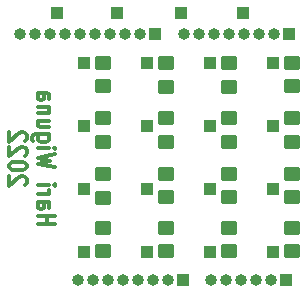
<source format=gbr>
%TF.GenerationSoftware,KiCad,Pcbnew,(6.0.2)*%
%TF.CreationDate,2022-06-08T23:24:18-05:00*%
%TF.ProjectId,UnoMiniCube,556e6f4d-696e-4694-9375-62652e6b6963,rev?*%
%TF.SameCoordinates,Original*%
%TF.FileFunction,Soldermask,Bot*%
%TF.FilePolarity,Negative*%
%FSLAX46Y46*%
G04 Gerber Fmt 4.6, Leading zero omitted, Abs format (unit mm)*
G04 Created by KiCad (PCBNEW (6.0.2)) date 2022-06-08 23:24:18*
%MOMM*%
%LPD*%
G01*
G04 APERTURE LIST*
G04 Aperture macros list*
%AMRoundRect*
0 Rectangle with rounded corners*
0 $1 Rounding radius*
0 $2 $3 $4 $5 $6 $7 $8 $9 X,Y pos of 4 corners*
0 Add a 4 corners polygon primitive as box body*
4,1,4,$2,$3,$4,$5,$6,$7,$8,$9,$2,$3,0*
0 Add four circle primitives for the rounded corners*
1,1,$1+$1,$2,$3*
1,1,$1+$1,$4,$5*
1,1,$1+$1,$6,$7*
1,1,$1+$1,$8,$9*
0 Add four rect primitives between the rounded corners*
20,1,$1+$1,$2,$3,$4,$5,0*
20,1,$1+$1,$4,$5,$6,$7,0*
20,1,$1+$1,$6,$7,$8,$9,0*
20,1,$1+$1,$8,$9,$2,$3,0*%
G04 Aperture macros list end*
%ADD10C,0.300000*%
%ADD11R,1.000000X1.000000*%
%ADD12RoundRect,0.250000X-0.450000X0.350000X-0.450000X-0.350000X0.450000X-0.350000X0.450000X0.350000X0*%
%ADD13RoundRect,0.250000X0.450000X-0.350000X0.450000X0.350000X-0.450000X0.350000X-0.450000X-0.350000X0*%
%ADD14O,1.000000X1.000000*%
G04 APERTURE END LIST*
D10*
X143530928Y-95614428D02*
X145030928Y-95614428D01*
X144316642Y-95614428D02*
X144316642Y-94871571D01*
X143530928Y-94871571D02*
X145030928Y-94871571D01*
X143530928Y-93695380D02*
X144316642Y-93695380D01*
X144459500Y-93757285D01*
X144530928Y-93881095D01*
X144530928Y-94128714D01*
X144459500Y-94252523D01*
X143602357Y-93695380D02*
X143530928Y-93819190D01*
X143530928Y-94128714D01*
X143602357Y-94252523D01*
X143745214Y-94314428D01*
X143888071Y-94314428D01*
X144030928Y-94252523D01*
X144102357Y-94128714D01*
X144102357Y-93819190D01*
X144173785Y-93695380D01*
X143530928Y-93076333D02*
X144530928Y-93076333D01*
X144245214Y-93076333D02*
X144388071Y-93014428D01*
X144459500Y-92952523D01*
X144530928Y-92828714D01*
X144530928Y-92704904D01*
X143530928Y-92271571D02*
X144530928Y-92271571D01*
X145030928Y-92271571D02*
X144959500Y-92333476D01*
X144888071Y-92271571D01*
X144959500Y-92209666D01*
X145030928Y-92271571D01*
X144888071Y-92271571D01*
X145030928Y-90785857D02*
X143530928Y-90476333D01*
X144602357Y-90228714D01*
X143530928Y-89981095D01*
X145030928Y-89671571D01*
X143530928Y-89176333D02*
X144530928Y-89176333D01*
X145030928Y-89176333D02*
X144959500Y-89238238D01*
X144888071Y-89176333D01*
X144959500Y-89114428D01*
X145030928Y-89176333D01*
X144888071Y-89176333D01*
X144530928Y-88000142D02*
X143316642Y-88000142D01*
X143173785Y-88062047D01*
X143102357Y-88123952D01*
X143030928Y-88247761D01*
X143030928Y-88433476D01*
X143102357Y-88557285D01*
X143602357Y-88000142D02*
X143530928Y-88123952D01*
X143530928Y-88371571D01*
X143602357Y-88495380D01*
X143673785Y-88557285D01*
X143816642Y-88619190D01*
X144245214Y-88619190D01*
X144388071Y-88557285D01*
X144459500Y-88495380D01*
X144530928Y-88371571D01*
X144530928Y-88123952D01*
X144459500Y-88000142D01*
X144530928Y-86823952D02*
X143530928Y-86823952D01*
X144530928Y-87381095D02*
X143745214Y-87381095D01*
X143602357Y-87319190D01*
X143530928Y-87195380D01*
X143530928Y-87009666D01*
X143602357Y-86885857D01*
X143673785Y-86823952D01*
X144530928Y-86204904D02*
X143530928Y-86204904D01*
X144388071Y-86204904D02*
X144459500Y-86143000D01*
X144530928Y-86019190D01*
X144530928Y-85833476D01*
X144459500Y-85709666D01*
X144316642Y-85647761D01*
X143530928Y-85647761D01*
X143530928Y-84471571D02*
X144316642Y-84471571D01*
X144459500Y-84533476D01*
X144530928Y-84657285D01*
X144530928Y-84904904D01*
X144459500Y-85028714D01*
X143602357Y-84471571D02*
X143530928Y-84595380D01*
X143530928Y-84904904D01*
X143602357Y-85028714D01*
X143745214Y-85090619D01*
X143888071Y-85090619D01*
X144030928Y-85028714D01*
X144102357Y-84904904D01*
X144102357Y-84595380D01*
X144173785Y-84471571D01*
X142473071Y-92271571D02*
X142544500Y-92209666D01*
X142615928Y-92085857D01*
X142615928Y-91776333D01*
X142544500Y-91652523D01*
X142473071Y-91590619D01*
X142330214Y-91528714D01*
X142187357Y-91528714D01*
X141973071Y-91590619D01*
X141115928Y-92333476D01*
X141115928Y-91528714D01*
X142615928Y-90723952D02*
X142615928Y-90600142D01*
X142544500Y-90476333D01*
X142473071Y-90414428D01*
X142330214Y-90352523D01*
X142044500Y-90290619D01*
X141687357Y-90290619D01*
X141401642Y-90352523D01*
X141258785Y-90414428D01*
X141187357Y-90476333D01*
X141115928Y-90600142D01*
X141115928Y-90723952D01*
X141187357Y-90847761D01*
X141258785Y-90909666D01*
X141401642Y-90971571D01*
X141687357Y-91033476D01*
X142044500Y-91033476D01*
X142330214Y-90971571D01*
X142473071Y-90909666D01*
X142544500Y-90847761D01*
X142615928Y-90723952D01*
X142473071Y-89795380D02*
X142544500Y-89733476D01*
X142615928Y-89609666D01*
X142615928Y-89300142D01*
X142544500Y-89176333D01*
X142473071Y-89114428D01*
X142330214Y-89052523D01*
X142187357Y-89052523D01*
X141973071Y-89114428D01*
X141115928Y-89857285D01*
X141115928Y-89052523D01*
X142473071Y-88557285D02*
X142544500Y-88495380D01*
X142615928Y-88371571D01*
X142615928Y-88062047D01*
X142544500Y-87938238D01*
X142473071Y-87876333D01*
X142330214Y-87814428D01*
X142187357Y-87814428D01*
X141973071Y-87876333D01*
X141115928Y-88619190D01*
X141115928Y-87814428D01*
D11*
%TO.C,P18*%
X163449000Y-97917000D03*
%TD*%
D12*
%TO.C,R14*%
X149098000Y-95885000D03*
X149098000Y-97885000D03*
%TD*%
%TO.C,R16*%
X165100000Y-95901000D03*
X165100000Y-97901000D03*
%TD*%
D13*
%TO.C,R6*%
X154432000Y-88612000D03*
X154432000Y-86612000D03*
%TD*%
D11*
%TO.C,J1*%
X164851000Y-79502000D03*
D14*
X163581000Y-79502000D03*
X162311000Y-79502000D03*
X161041000Y-79502000D03*
X159771000Y-79502000D03*
X158501000Y-79502000D03*
X157231000Y-79502000D03*
X155961000Y-79502000D03*
%TD*%
D11*
%TO.C,P8*%
X150241000Y-77724000D03*
%TD*%
D13*
%TO.C,R1*%
X165100000Y-88612000D03*
X165100000Y-86612000D03*
%TD*%
D11*
%TO.C,P13*%
X147447000Y-97917000D03*
%TD*%
%TO.C,J2*%
X153426000Y-79502000D03*
D14*
X152156000Y-79502000D03*
X150886000Y-79502000D03*
X149616000Y-79502000D03*
X148346000Y-79502000D03*
X147076000Y-79502000D03*
X145806000Y-79502000D03*
X144536000Y-79502000D03*
X143266000Y-79502000D03*
X141996000Y-79502000D03*
%TD*%
D12*
%TO.C,R18*%
X154432000Y-91329000D03*
X154432000Y-93329000D03*
%TD*%
D13*
%TO.C,R12*%
X149098000Y-83915000D03*
X149098000Y-81915000D03*
%TD*%
D11*
%TO.C,P17*%
X158115000Y-92583000D03*
%TD*%
%TO.C,P2*%
X158115000Y-87249000D03*
%TD*%
D12*
%TO.C,R5*%
X159766000Y-91329000D03*
X159766000Y-93329000D03*
%TD*%
D13*
%TO.C,R3*%
X159766000Y-88612000D03*
X159766000Y-86612000D03*
%TD*%
D11*
%TO.C,J4*%
X155834000Y-100330000D03*
D14*
X154564000Y-100330000D03*
X153294000Y-100330000D03*
X152024000Y-100330000D03*
X150754000Y-100330000D03*
X149484000Y-100330000D03*
X148214000Y-100330000D03*
X146944000Y-100330000D03*
%TD*%
D13*
%TO.C,R2*%
X165100000Y-83931000D03*
X165100000Y-81931000D03*
%TD*%
D11*
%TO.C,P4*%
X160909000Y-77724000D03*
%TD*%
%TO.C,J3*%
X164592000Y-100330000D03*
D14*
X163322000Y-100330000D03*
X162052000Y-100330000D03*
X160782000Y-100330000D03*
X159512000Y-100330000D03*
X158242000Y-100330000D03*
%TD*%
D11*
%TO.C,P0*%
X163449000Y-87249000D03*
%TD*%
D12*
%TO.C,R17*%
X159766000Y-95885000D03*
X159766000Y-97885000D03*
%TD*%
D11*
%TO.C,P11*%
X147447000Y-81915000D03*
%TD*%
%TO.C,P6*%
X152781000Y-81915000D03*
%TD*%
D12*
%TO.C,R15*%
X165100000Y-91329000D03*
X165100000Y-93329000D03*
%TD*%
%TO.C,R19*%
X154432000Y-95901000D03*
X154432000Y-97901000D03*
%TD*%
%TO.C,R13*%
X149098000Y-91345000D03*
X149098000Y-93345000D03*
%TD*%
D11*
%TO.C,P7*%
X155702000Y-77724000D03*
%TD*%
D13*
%TO.C,R11*%
X149098000Y-88612000D03*
X149098000Y-86612000D03*
%TD*%
D11*
%TO.C,P15*%
X152781000Y-92583000D03*
%TD*%
D13*
%TO.C,R7*%
X154432000Y-83947000D03*
X154432000Y-81947000D03*
%TD*%
D11*
%TO.C,P12*%
X147447000Y-92583000D03*
%TD*%
%TO.C,P14*%
X152781000Y-97917000D03*
%TD*%
%TO.C,P5*%
X152781000Y-87249000D03*
%TD*%
%TO.C,P1*%
X163449000Y-81915000D03*
%TD*%
%TO.C,P16*%
X158115000Y-97917000D03*
%TD*%
%TO.C,P19*%
X163449000Y-92583000D03*
%TD*%
%TO.C,P3*%
X158115000Y-81915000D03*
%TD*%
D13*
%TO.C,R4*%
X159766000Y-83947000D03*
X159766000Y-81947000D03*
%TD*%
D11*
%TO.C,P10*%
X147447000Y-87249000D03*
%TD*%
%TO.C,P9*%
X145161000Y-77724000D03*
%TD*%
M02*

</source>
